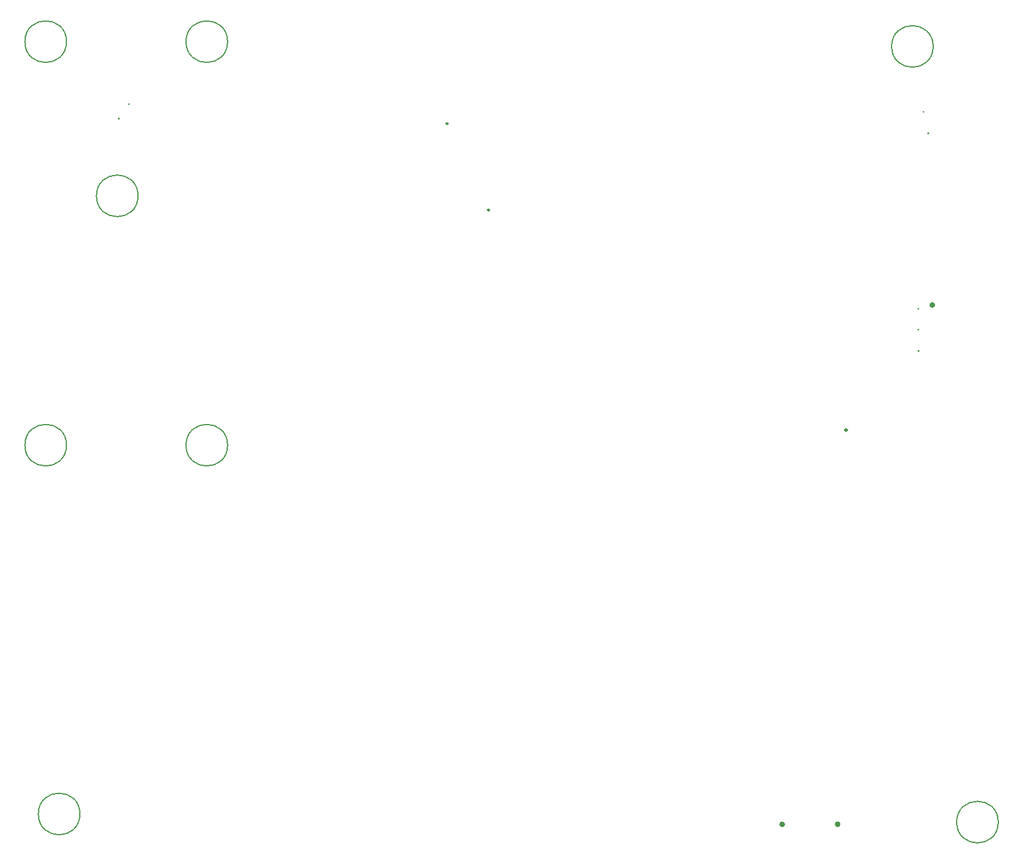
<source format=gbr>
%TF.GenerationSoftware,KiCad,Pcbnew,7.0.10*%
%TF.CreationDate,2024-01-24T08:03:13+07:00*%
%TF.ProjectId,QMTech-MiSTeX,514d5465-6368-42d4-9d69-535465582e6b,rev?*%
%TF.SameCoordinates,Original*%
%TF.FileFunction,Other,Comment*%
%FSLAX46Y46*%
G04 Gerber Fmt 4.6, Leading zero omitted, Abs format (unit mm)*
G04 Created by KiCad (PCBNEW 7.0.10) date 2024-01-24 08:03:13*
%MOMM*%
%LPD*%
G01*
G04 APERTURE LIST*
%ADD10C,0.150000*%
%ADD11C,0.250000*%
%ADD12C,0.300000*%
%ADD13C,0.400000*%
G04 APERTURE END LIST*
D10*
%TO.C,D5*%
X226678000Y-53086000D02*
G75*
G03*
X226538000Y-53086000I-70000J0D01*
G01*
X226538000Y-53086000D02*
G75*
G03*
X226678000Y-53086000I70000J0D01*
G01*
%TO.C,D10*%
X111383600Y-48888400D02*
G75*
G03*
X111243600Y-48888400I-70000J0D01*
G01*
X111243600Y-48888400D02*
G75*
G03*
X111383600Y-48888400I70000J0D01*
G01*
D11*
%TO.C,U2*%
X163332800Y-64128400D02*
G75*
G03*
X163072800Y-64128400I-130000J0D01*
G01*
X163072800Y-64128400D02*
G75*
G03*
X163332800Y-64128400I130000J0D01*
G01*
D10*
%TO.C,H8*%
X112637000Y-62103000D02*
G75*
G03*
X106637000Y-62103000I-3000000J0D01*
G01*
X106637000Y-62103000D02*
G75*
G03*
X112637000Y-62103000I3000000J0D01*
G01*
%TO.C,D9*%
X109936000Y-50951000D02*
G75*
G03*
X109796000Y-50951000I-70000J0D01*
G01*
X109796000Y-50951000D02*
G75*
G03*
X109936000Y-50951000I70000J0D01*
G01*
%TO.C,H3*%
X102314000Y-98044000D02*
G75*
G03*
X96314000Y-98044000I-3000000J0D01*
G01*
X96314000Y-98044000D02*
G75*
G03*
X102314000Y-98044000I3000000J0D01*
G01*
%TO.C,H1*%
X102314000Y-39878000D02*
G75*
G03*
X96314000Y-39878000I-3000000J0D01*
G01*
X96314000Y-39878000D02*
G75*
G03*
X102314000Y-39878000I3000000J0D01*
G01*
D12*
%TO.C,U4*%
X214913933Y-95855318D02*
G75*
G03*
X214613933Y-95855318I-150000J0D01*
G01*
X214613933Y-95855318D02*
G75*
G03*
X214913933Y-95855318I150000J0D01*
G01*
D10*
%TO.C,D4*%
X226027000Y-49998000D02*
G75*
G03*
X225887000Y-49998000I-70000J0D01*
G01*
X225887000Y-49998000D02*
G75*
G03*
X226027000Y-49998000I70000J0D01*
G01*
%TO.C,H6*%
X227343400Y-40563800D02*
G75*
G03*
X221343400Y-40563800I-3000000J0D01*
G01*
X221343400Y-40563800D02*
G75*
G03*
X227343400Y-40563800I3000000J0D01*
G01*
%TO.C,D3*%
X225277400Y-84461600D02*
G75*
G03*
X225137400Y-84461600I-70000J0D01*
G01*
X225137400Y-84461600D02*
G75*
G03*
X225277400Y-84461600I70000J0D01*
G01*
D13*
%TO.C,HDMI1*%
X227407600Y-77838000D02*
G75*
G03*
X227007600Y-77838000I-200000J0D01*
G01*
X227007600Y-77838000D02*
G75*
G03*
X227407600Y-77838000I200000J0D01*
G01*
D10*
%TO.C,H2*%
X125555000Y-39878000D02*
G75*
G03*
X119555000Y-39878000I-3000000J0D01*
G01*
X119555000Y-39878000D02*
G75*
G03*
X125555000Y-39878000I3000000J0D01*
G01*
%TO.C,H7*%
X236730800Y-152374600D02*
G75*
G03*
X230730800Y-152374600I-3000000J0D01*
G01*
X230730800Y-152374600D02*
G75*
G03*
X236730800Y-152374600I3000000J0D01*
G01*
D13*
%TO.C,TF1*%
X205766400Y-152689200D02*
G75*
G03*
X205366400Y-152689200I-200000J0D01*
G01*
X205366400Y-152689200D02*
G75*
G03*
X205766400Y-152689200I200000J0D01*
G01*
X213746400Y-152689200D02*
G75*
G03*
X213346400Y-152689200I-200000J0D01*
G01*
X213346400Y-152689200D02*
G75*
G03*
X213746400Y-152689200I200000J0D01*
G01*
D10*
%TO.C,D1*%
X225279200Y-78400400D02*
G75*
G03*
X225139200Y-78400400I-70000J0D01*
G01*
X225139200Y-78400400D02*
G75*
G03*
X225279200Y-78400400I70000J0D01*
G01*
D11*
%TO.C,X1*%
X157351800Y-51683400D02*
G75*
G03*
X157091800Y-51683400I-130000J0D01*
G01*
X157091800Y-51683400D02*
G75*
G03*
X157351800Y-51683400I130000J0D01*
G01*
D10*
%TO.C,D2*%
X225279200Y-81397600D02*
G75*
G03*
X225139200Y-81397600I-70000J0D01*
G01*
X225139200Y-81397600D02*
G75*
G03*
X225279200Y-81397600I70000J0D01*
G01*
%TO.C,H5*%
X104255000Y-151206200D02*
G75*
G03*
X98255000Y-151206200I-3000000J0D01*
G01*
X98255000Y-151206200D02*
G75*
G03*
X104255000Y-151206200I3000000J0D01*
G01*
%TO.C,H4*%
X125555000Y-98044000D02*
G75*
G03*
X119555000Y-98044000I-3000000J0D01*
G01*
X119555000Y-98044000D02*
G75*
G03*
X125555000Y-98044000I3000000J0D01*
G01*
%TD*%
M02*

</source>
